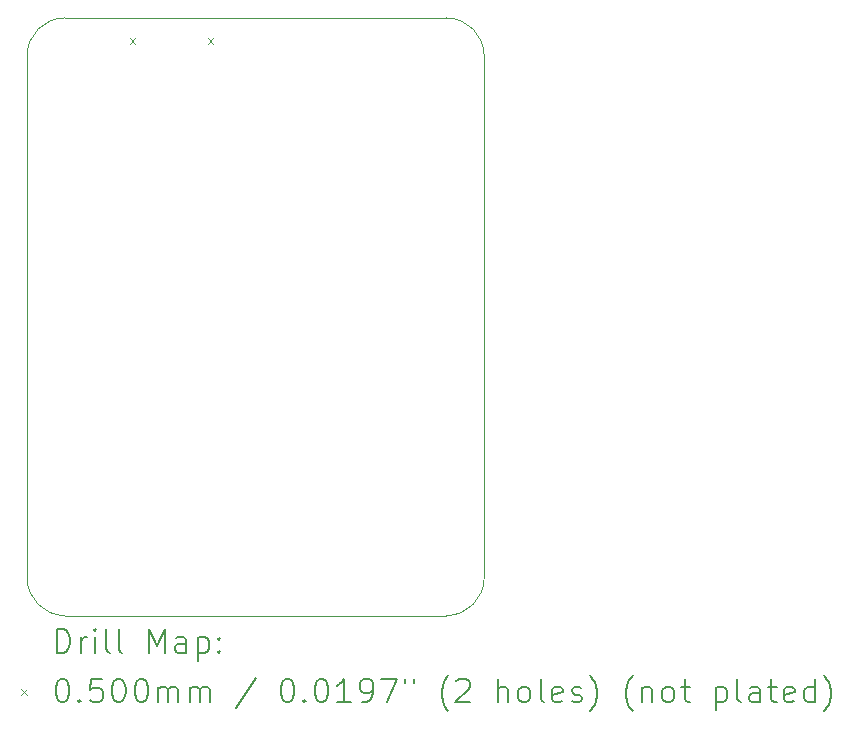
<source format=gbr>
%TF.GenerationSoftware,KiCad,Pcbnew,(6.0.10)*%
%TF.CreationDate,2023-03-04T03:17:44-05:00*%
%TF.ProjectId,SmartWatch,536d6172-7457-4617-9463-682e6b696361,rev?*%
%TF.SameCoordinates,Original*%
%TF.FileFunction,Drillmap*%
%TF.FilePolarity,Positive*%
%FSLAX45Y45*%
G04 Gerber Fmt 4.5, Leading zero omitted, Abs format (unit mm)*
G04 Created by KiCad (PCBNEW (6.0.10)) date 2023-03-04 03:17:44*
%MOMM*%
%LPD*%
G01*
G04 APERTURE LIST*
%ADD10C,0.100000*%
%ADD11C,0.200000*%
%ADD12C,0.050000*%
G04 APERTURE END LIST*
D10*
X10390000Y-11010000D02*
G75*
G03*
X10710000Y-10690000I0J320000D01*
G01*
X7160000Y-5950000D02*
G75*
G03*
X6840000Y-6270000I0J-320000D01*
G01*
X6840000Y-10690000D02*
X6840000Y-6270000D01*
X10710000Y-6270000D02*
G75*
G03*
X10390000Y-5950000I-320000J0D01*
G01*
X7160000Y-5950000D02*
X10390000Y-5950000D01*
X6840000Y-10690000D02*
G75*
G03*
X7160000Y-11010000I320000J0D01*
G01*
X10390000Y-11010000D02*
X7160000Y-11010000D01*
X10710000Y-6270000D02*
X10710000Y-10690000D01*
D11*
D12*
X7707600Y-6121800D02*
X7757600Y-6171800D01*
X7757600Y-6121800D02*
X7707600Y-6171800D01*
X8367600Y-6121800D02*
X8417600Y-6171800D01*
X8417600Y-6121800D02*
X8367600Y-6171800D01*
D11*
X7092619Y-11325476D02*
X7092619Y-11125476D01*
X7140238Y-11125476D01*
X7168809Y-11135000D01*
X7187857Y-11154048D01*
X7197381Y-11173095D01*
X7206905Y-11211190D01*
X7206905Y-11239762D01*
X7197381Y-11277857D01*
X7187857Y-11296905D01*
X7168809Y-11315952D01*
X7140238Y-11325476D01*
X7092619Y-11325476D01*
X7292619Y-11325476D02*
X7292619Y-11192143D01*
X7292619Y-11230238D02*
X7302143Y-11211190D01*
X7311667Y-11201667D01*
X7330714Y-11192143D01*
X7349762Y-11192143D01*
X7416428Y-11325476D02*
X7416428Y-11192143D01*
X7416428Y-11125476D02*
X7406905Y-11135000D01*
X7416428Y-11144524D01*
X7425952Y-11135000D01*
X7416428Y-11125476D01*
X7416428Y-11144524D01*
X7540238Y-11325476D02*
X7521190Y-11315952D01*
X7511667Y-11296905D01*
X7511667Y-11125476D01*
X7645000Y-11325476D02*
X7625952Y-11315952D01*
X7616428Y-11296905D01*
X7616428Y-11125476D01*
X7873571Y-11325476D02*
X7873571Y-11125476D01*
X7940238Y-11268333D01*
X8006905Y-11125476D01*
X8006905Y-11325476D01*
X8187857Y-11325476D02*
X8187857Y-11220714D01*
X8178333Y-11201667D01*
X8159286Y-11192143D01*
X8121190Y-11192143D01*
X8102143Y-11201667D01*
X8187857Y-11315952D02*
X8168809Y-11325476D01*
X8121190Y-11325476D01*
X8102143Y-11315952D01*
X8092619Y-11296905D01*
X8092619Y-11277857D01*
X8102143Y-11258809D01*
X8121190Y-11249286D01*
X8168809Y-11249286D01*
X8187857Y-11239762D01*
X8283095Y-11192143D02*
X8283095Y-11392143D01*
X8283095Y-11201667D02*
X8302143Y-11192143D01*
X8340238Y-11192143D01*
X8359286Y-11201667D01*
X8368809Y-11211190D01*
X8378333Y-11230238D01*
X8378333Y-11287381D01*
X8368809Y-11306428D01*
X8359286Y-11315952D01*
X8340238Y-11325476D01*
X8302143Y-11325476D01*
X8283095Y-11315952D01*
X8464048Y-11306428D02*
X8473571Y-11315952D01*
X8464048Y-11325476D01*
X8454524Y-11315952D01*
X8464048Y-11306428D01*
X8464048Y-11325476D01*
X8464048Y-11201667D02*
X8473571Y-11211190D01*
X8464048Y-11220714D01*
X8454524Y-11211190D01*
X8464048Y-11201667D01*
X8464048Y-11220714D01*
D12*
X6785000Y-11630000D02*
X6835000Y-11680000D01*
X6835000Y-11630000D02*
X6785000Y-11680000D01*
D11*
X7130714Y-11545476D02*
X7149762Y-11545476D01*
X7168809Y-11555000D01*
X7178333Y-11564524D01*
X7187857Y-11583571D01*
X7197381Y-11621667D01*
X7197381Y-11669286D01*
X7187857Y-11707381D01*
X7178333Y-11726428D01*
X7168809Y-11735952D01*
X7149762Y-11745476D01*
X7130714Y-11745476D01*
X7111667Y-11735952D01*
X7102143Y-11726428D01*
X7092619Y-11707381D01*
X7083095Y-11669286D01*
X7083095Y-11621667D01*
X7092619Y-11583571D01*
X7102143Y-11564524D01*
X7111667Y-11555000D01*
X7130714Y-11545476D01*
X7283095Y-11726428D02*
X7292619Y-11735952D01*
X7283095Y-11745476D01*
X7273571Y-11735952D01*
X7283095Y-11726428D01*
X7283095Y-11745476D01*
X7473571Y-11545476D02*
X7378333Y-11545476D01*
X7368809Y-11640714D01*
X7378333Y-11631190D01*
X7397381Y-11621667D01*
X7445000Y-11621667D01*
X7464048Y-11631190D01*
X7473571Y-11640714D01*
X7483095Y-11659762D01*
X7483095Y-11707381D01*
X7473571Y-11726428D01*
X7464048Y-11735952D01*
X7445000Y-11745476D01*
X7397381Y-11745476D01*
X7378333Y-11735952D01*
X7368809Y-11726428D01*
X7606905Y-11545476D02*
X7625952Y-11545476D01*
X7645000Y-11555000D01*
X7654524Y-11564524D01*
X7664048Y-11583571D01*
X7673571Y-11621667D01*
X7673571Y-11669286D01*
X7664048Y-11707381D01*
X7654524Y-11726428D01*
X7645000Y-11735952D01*
X7625952Y-11745476D01*
X7606905Y-11745476D01*
X7587857Y-11735952D01*
X7578333Y-11726428D01*
X7568809Y-11707381D01*
X7559286Y-11669286D01*
X7559286Y-11621667D01*
X7568809Y-11583571D01*
X7578333Y-11564524D01*
X7587857Y-11555000D01*
X7606905Y-11545476D01*
X7797381Y-11545476D02*
X7816428Y-11545476D01*
X7835476Y-11555000D01*
X7845000Y-11564524D01*
X7854524Y-11583571D01*
X7864048Y-11621667D01*
X7864048Y-11669286D01*
X7854524Y-11707381D01*
X7845000Y-11726428D01*
X7835476Y-11735952D01*
X7816428Y-11745476D01*
X7797381Y-11745476D01*
X7778333Y-11735952D01*
X7768809Y-11726428D01*
X7759286Y-11707381D01*
X7749762Y-11669286D01*
X7749762Y-11621667D01*
X7759286Y-11583571D01*
X7768809Y-11564524D01*
X7778333Y-11555000D01*
X7797381Y-11545476D01*
X7949762Y-11745476D02*
X7949762Y-11612143D01*
X7949762Y-11631190D02*
X7959286Y-11621667D01*
X7978333Y-11612143D01*
X8006905Y-11612143D01*
X8025952Y-11621667D01*
X8035476Y-11640714D01*
X8035476Y-11745476D01*
X8035476Y-11640714D02*
X8045000Y-11621667D01*
X8064048Y-11612143D01*
X8092619Y-11612143D01*
X8111667Y-11621667D01*
X8121190Y-11640714D01*
X8121190Y-11745476D01*
X8216428Y-11745476D02*
X8216428Y-11612143D01*
X8216428Y-11631190D02*
X8225952Y-11621667D01*
X8245000Y-11612143D01*
X8273571Y-11612143D01*
X8292619Y-11621667D01*
X8302143Y-11640714D01*
X8302143Y-11745476D01*
X8302143Y-11640714D02*
X8311667Y-11621667D01*
X8330714Y-11612143D01*
X8359286Y-11612143D01*
X8378333Y-11621667D01*
X8387857Y-11640714D01*
X8387857Y-11745476D01*
X8778333Y-11535952D02*
X8606905Y-11793095D01*
X9035476Y-11545476D02*
X9054524Y-11545476D01*
X9073571Y-11555000D01*
X9083095Y-11564524D01*
X9092619Y-11583571D01*
X9102143Y-11621667D01*
X9102143Y-11669286D01*
X9092619Y-11707381D01*
X9083095Y-11726428D01*
X9073571Y-11735952D01*
X9054524Y-11745476D01*
X9035476Y-11745476D01*
X9016429Y-11735952D01*
X9006905Y-11726428D01*
X8997381Y-11707381D01*
X8987857Y-11669286D01*
X8987857Y-11621667D01*
X8997381Y-11583571D01*
X9006905Y-11564524D01*
X9016429Y-11555000D01*
X9035476Y-11545476D01*
X9187857Y-11726428D02*
X9197381Y-11735952D01*
X9187857Y-11745476D01*
X9178333Y-11735952D01*
X9187857Y-11726428D01*
X9187857Y-11745476D01*
X9321190Y-11545476D02*
X9340238Y-11545476D01*
X9359286Y-11555000D01*
X9368810Y-11564524D01*
X9378333Y-11583571D01*
X9387857Y-11621667D01*
X9387857Y-11669286D01*
X9378333Y-11707381D01*
X9368810Y-11726428D01*
X9359286Y-11735952D01*
X9340238Y-11745476D01*
X9321190Y-11745476D01*
X9302143Y-11735952D01*
X9292619Y-11726428D01*
X9283095Y-11707381D01*
X9273571Y-11669286D01*
X9273571Y-11621667D01*
X9283095Y-11583571D01*
X9292619Y-11564524D01*
X9302143Y-11555000D01*
X9321190Y-11545476D01*
X9578333Y-11745476D02*
X9464048Y-11745476D01*
X9521190Y-11745476D02*
X9521190Y-11545476D01*
X9502143Y-11574048D01*
X9483095Y-11593095D01*
X9464048Y-11602619D01*
X9673571Y-11745476D02*
X9711667Y-11745476D01*
X9730714Y-11735952D01*
X9740238Y-11726428D01*
X9759286Y-11697857D01*
X9768810Y-11659762D01*
X9768810Y-11583571D01*
X9759286Y-11564524D01*
X9749762Y-11555000D01*
X9730714Y-11545476D01*
X9692619Y-11545476D01*
X9673571Y-11555000D01*
X9664048Y-11564524D01*
X9654524Y-11583571D01*
X9654524Y-11631190D01*
X9664048Y-11650238D01*
X9673571Y-11659762D01*
X9692619Y-11669286D01*
X9730714Y-11669286D01*
X9749762Y-11659762D01*
X9759286Y-11650238D01*
X9768810Y-11631190D01*
X9835476Y-11545476D02*
X9968810Y-11545476D01*
X9883095Y-11745476D01*
X10035476Y-11545476D02*
X10035476Y-11583571D01*
X10111667Y-11545476D02*
X10111667Y-11583571D01*
X10406905Y-11821667D02*
X10397381Y-11812143D01*
X10378333Y-11783571D01*
X10368810Y-11764524D01*
X10359286Y-11735952D01*
X10349762Y-11688333D01*
X10349762Y-11650238D01*
X10359286Y-11602619D01*
X10368810Y-11574048D01*
X10378333Y-11555000D01*
X10397381Y-11526428D01*
X10406905Y-11516905D01*
X10473571Y-11564524D02*
X10483095Y-11555000D01*
X10502143Y-11545476D01*
X10549762Y-11545476D01*
X10568810Y-11555000D01*
X10578333Y-11564524D01*
X10587857Y-11583571D01*
X10587857Y-11602619D01*
X10578333Y-11631190D01*
X10464048Y-11745476D01*
X10587857Y-11745476D01*
X10825952Y-11745476D02*
X10825952Y-11545476D01*
X10911667Y-11745476D02*
X10911667Y-11640714D01*
X10902143Y-11621667D01*
X10883095Y-11612143D01*
X10854524Y-11612143D01*
X10835476Y-11621667D01*
X10825952Y-11631190D01*
X11035476Y-11745476D02*
X11016429Y-11735952D01*
X11006905Y-11726428D01*
X10997381Y-11707381D01*
X10997381Y-11650238D01*
X11006905Y-11631190D01*
X11016429Y-11621667D01*
X11035476Y-11612143D01*
X11064048Y-11612143D01*
X11083095Y-11621667D01*
X11092619Y-11631190D01*
X11102143Y-11650238D01*
X11102143Y-11707381D01*
X11092619Y-11726428D01*
X11083095Y-11735952D01*
X11064048Y-11745476D01*
X11035476Y-11745476D01*
X11216428Y-11745476D02*
X11197381Y-11735952D01*
X11187857Y-11716905D01*
X11187857Y-11545476D01*
X11368809Y-11735952D02*
X11349762Y-11745476D01*
X11311667Y-11745476D01*
X11292619Y-11735952D01*
X11283095Y-11716905D01*
X11283095Y-11640714D01*
X11292619Y-11621667D01*
X11311667Y-11612143D01*
X11349762Y-11612143D01*
X11368809Y-11621667D01*
X11378333Y-11640714D01*
X11378333Y-11659762D01*
X11283095Y-11678809D01*
X11454524Y-11735952D02*
X11473571Y-11745476D01*
X11511667Y-11745476D01*
X11530714Y-11735952D01*
X11540238Y-11716905D01*
X11540238Y-11707381D01*
X11530714Y-11688333D01*
X11511667Y-11678809D01*
X11483095Y-11678809D01*
X11464048Y-11669286D01*
X11454524Y-11650238D01*
X11454524Y-11640714D01*
X11464048Y-11621667D01*
X11483095Y-11612143D01*
X11511667Y-11612143D01*
X11530714Y-11621667D01*
X11606905Y-11821667D02*
X11616428Y-11812143D01*
X11635476Y-11783571D01*
X11645000Y-11764524D01*
X11654524Y-11735952D01*
X11664048Y-11688333D01*
X11664048Y-11650238D01*
X11654524Y-11602619D01*
X11645000Y-11574048D01*
X11635476Y-11555000D01*
X11616428Y-11526428D01*
X11606905Y-11516905D01*
X11968809Y-11821667D02*
X11959286Y-11812143D01*
X11940238Y-11783571D01*
X11930714Y-11764524D01*
X11921190Y-11735952D01*
X11911667Y-11688333D01*
X11911667Y-11650238D01*
X11921190Y-11602619D01*
X11930714Y-11574048D01*
X11940238Y-11555000D01*
X11959286Y-11526428D01*
X11968809Y-11516905D01*
X12045000Y-11612143D02*
X12045000Y-11745476D01*
X12045000Y-11631190D02*
X12054524Y-11621667D01*
X12073571Y-11612143D01*
X12102143Y-11612143D01*
X12121190Y-11621667D01*
X12130714Y-11640714D01*
X12130714Y-11745476D01*
X12254524Y-11745476D02*
X12235476Y-11735952D01*
X12225952Y-11726428D01*
X12216428Y-11707381D01*
X12216428Y-11650238D01*
X12225952Y-11631190D01*
X12235476Y-11621667D01*
X12254524Y-11612143D01*
X12283095Y-11612143D01*
X12302143Y-11621667D01*
X12311667Y-11631190D01*
X12321190Y-11650238D01*
X12321190Y-11707381D01*
X12311667Y-11726428D01*
X12302143Y-11735952D01*
X12283095Y-11745476D01*
X12254524Y-11745476D01*
X12378333Y-11612143D02*
X12454524Y-11612143D01*
X12406905Y-11545476D02*
X12406905Y-11716905D01*
X12416428Y-11735952D01*
X12435476Y-11745476D01*
X12454524Y-11745476D01*
X12673571Y-11612143D02*
X12673571Y-11812143D01*
X12673571Y-11621667D02*
X12692619Y-11612143D01*
X12730714Y-11612143D01*
X12749762Y-11621667D01*
X12759286Y-11631190D01*
X12768809Y-11650238D01*
X12768809Y-11707381D01*
X12759286Y-11726428D01*
X12749762Y-11735952D01*
X12730714Y-11745476D01*
X12692619Y-11745476D01*
X12673571Y-11735952D01*
X12883095Y-11745476D02*
X12864048Y-11735952D01*
X12854524Y-11716905D01*
X12854524Y-11545476D01*
X13045000Y-11745476D02*
X13045000Y-11640714D01*
X13035476Y-11621667D01*
X13016428Y-11612143D01*
X12978333Y-11612143D01*
X12959286Y-11621667D01*
X13045000Y-11735952D02*
X13025952Y-11745476D01*
X12978333Y-11745476D01*
X12959286Y-11735952D01*
X12949762Y-11716905D01*
X12949762Y-11697857D01*
X12959286Y-11678809D01*
X12978333Y-11669286D01*
X13025952Y-11669286D01*
X13045000Y-11659762D01*
X13111667Y-11612143D02*
X13187857Y-11612143D01*
X13140238Y-11545476D02*
X13140238Y-11716905D01*
X13149762Y-11735952D01*
X13168809Y-11745476D01*
X13187857Y-11745476D01*
X13330714Y-11735952D02*
X13311667Y-11745476D01*
X13273571Y-11745476D01*
X13254524Y-11735952D01*
X13245000Y-11716905D01*
X13245000Y-11640714D01*
X13254524Y-11621667D01*
X13273571Y-11612143D01*
X13311667Y-11612143D01*
X13330714Y-11621667D01*
X13340238Y-11640714D01*
X13340238Y-11659762D01*
X13245000Y-11678809D01*
X13511667Y-11745476D02*
X13511667Y-11545476D01*
X13511667Y-11735952D02*
X13492619Y-11745476D01*
X13454524Y-11745476D01*
X13435476Y-11735952D01*
X13425952Y-11726428D01*
X13416428Y-11707381D01*
X13416428Y-11650238D01*
X13425952Y-11631190D01*
X13435476Y-11621667D01*
X13454524Y-11612143D01*
X13492619Y-11612143D01*
X13511667Y-11621667D01*
X13587857Y-11821667D02*
X13597381Y-11812143D01*
X13616428Y-11783571D01*
X13625952Y-11764524D01*
X13635476Y-11735952D01*
X13645000Y-11688333D01*
X13645000Y-11650238D01*
X13635476Y-11602619D01*
X13625952Y-11574048D01*
X13616428Y-11555000D01*
X13597381Y-11526428D01*
X13587857Y-11516905D01*
M02*

</source>
